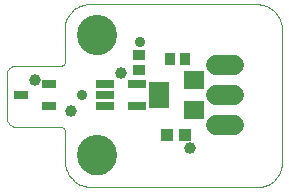
<source format=gts>
G75*
%MOIN*%
%OFA0B0*%
%FSLAX24Y24*%
%IPPOS*%
%LPD*%
%AMOC8*
5,1,8,0,0,1.08239X$1,22.5*
%
%ADD10C,0.0000*%
%ADD11C,0.1340*%
%ADD12R,0.0600X0.0300*%
%ADD13R,0.0710X0.0592*%
%ADD14R,0.0710X0.0867*%
%ADD15R,0.0434X0.0356*%
%ADD16R,0.0356X0.0434*%
%ADD17R,0.0395X0.0395*%
%ADD18C,0.0680*%
%ADD19R,0.0474X0.0277*%
%ADD20C,0.0358*%
%ADD21C,0.0397*%
D10*
X004197Y001446D02*
X009709Y001446D01*
X009709Y001445D02*
X009764Y001448D01*
X009819Y001455D01*
X009874Y001465D01*
X009927Y001479D01*
X009980Y001496D01*
X010031Y001517D01*
X010081Y001541D01*
X010129Y001569D01*
X010176Y001599D01*
X010220Y001632D01*
X010262Y001668D01*
X010302Y001707D01*
X010339Y001748D01*
X010373Y001792D01*
X010404Y001838D01*
X010432Y001886D01*
X010457Y001935D01*
X010479Y001986D01*
X010497Y002038D01*
X010512Y002092D01*
X010523Y002146D01*
X010531Y002201D01*
X010535Y002256D01*
X010536Y002312D01*
X010536Y006682D01*
X010535Y006738D01*
X010531Y006793D01*
X010523Y006848D01*
X010512Y006902D01*
X010497Y006956D01*
X010479Y007008D01*
X010457Y007059D01*
X010432Y007108D01*
X010404Y007156D01*
X010373Y007202D01*
X010339Y007246D01*
X010302Y007287D01*
X010262Y007326D01*
X010220Y007362D01*
X010176Y007395D01*
X010129Y007425D01*
X010081Y007453D01*
X010031Y007477D01*
X009980Y007498D01*
X009927Y007515D01*
X009874Y007529D01*
X009819Y007539D01*
X009764Y007546D01*
X009709Y007549D01*
X009709Y007548D02*
X004119Y007548D01*
X003292Y006761D02*
X003292Y005659D01*
X003293Y005637D01*
X003291Y005615D01*
X003286Y005594D01*
X003277Y005574D01*
X003265Y005556D01*
X003251Y005539D01*
X003234Y005525D01*
X003215Y005514D01*
X003195Y005506D01*
X003174Y005501D01*
X001638Y005501D01*
X001638Y005502D02*
X001607Y005500D01*
X001577Y005495D01*
X001547Y005487D01*
X001518Y005475D01*
X001491Y005460D01*
X001466Y005442D01*
X001443Y005421D01*
X001422Y005398D01*
X001404Y005373D01*
X001389Y005346D01*
X001377Y005317D01*
X001369Y005287D01*
X001364Y005257D01*
X001362Y005226D01*
X001363Y005226D02*
X001363Y003769D01*
X001365Y003736D01*
X001370Y003704D01*
X001378Y003672D01*
X001390Y003641D01*
X001405Y003612D01*
X001423Y003584D01*
X001444Y003558D01*
X001467Y003535D01*
X001493Y003514D01*
X001521Y003496D01*
X001550Y003481D01*
X001581Y003469D01*
X001613Y003461D01*
X001645Y003456D01*
X001678Y003454D01*
X003134Y003454D01*
X003156Y003455D01*
X003178Y003453D01*
X003199Y003448D01*
X003219Y003439D01*
X003237Y003427D01*
X003254Y003413D01*
X003268Y003396D01*
X003279Y003377D01*
X003287Y003357D01*
X003292Y003336D01*
X003292Y002352D01*
X003291Y002352D02*
X003293Y002293D01*
X003299Y002234D01*
X003308Y002175D01*
X003322Y002118D01*
X003339Y002061D01*
X003360Y002005D01*
X003384Y001951D01*
X003412Y001899D01*
X003444Y001849D01*
X003478Y001800D01*
X003516Y001755D01*
X003556Y001711D01*
X003600Y001671D01*
X003645Y001633D01*
X003694Y001599D01*
X003744Y001567D01*
X003796Y001539D01*
X003850Y001515D01*
X003906Y001494D01*
X003963Y001477D01*
X004020Y001463D01*
X004079Y001454D01*
X004138Y001448D01*
X004197Y001446D01*
X003725Y002509D02*
X003727Y002559D01*
X003733Y002609D01*
X003743Y002658D01*
X003757Y002706D01*
X003774Y002753D01*
X003795Y002798D01*
X003820Y002842D01*
X003848Y002883D01*
X003880Y002922D01*
X003914Y002959D01*
X003951Y002993D01*
X003991Y003023D01*
X004033Y003050D01*
X004077Y003074D01*
X004123Y003095D01*
X004170Y003111D01*
X004218Y003124D01*
X004268Y003133D01*
X004317Y003138D01*
X004368Y003139D01*
X004418Y003136D01*
X004467Y003129D01*
X004516Y003118D01*
X004564Y003103D01*
X004610Y003085D01*
X004655Y003063D01*
X004698Y003037D01*
X004739Y003008D01*
X004778Y002976D01*
X004814Y002941D01*
X004846Y002903D01*
X004876Y002863D01*
X004903Y002820D01*
X004926Y002776D01*
X004945Y002730D01*
X004961Y002682D01*
X004973Y002633D01*
X004981Y002584D01*
X004985Y002534D01*
X004985Y002484D01*
X004981Y002434D01*
X004973Y002385D01*
X004961Y002336D01*
X004945Y002288D01*
X004926Y002242D01*
X004903Y002198D01*
X004876Y002155D01*
X004846Y002115D01*
X004814Y002077D01*
X004778Y002042D01*
X004739Y002010D01*
X004698Y001981D01*
X004655Y001955D01*
X004610Y001933D01*
X004564Y001915D01*
X004516Y001900D01*
X004467Y001889D01*
X004418Y001882D01*
X004368Y001879D01*
X004317Y001880D01*
X004268Y001885D01*
X004218Y001894D01*
X004170Y001907D01*
X004123Y001923D01*
X004077Y001944D01*
X004033Y001968D01*
X003991Y001995D01*
X003951Y002025D01*
X003914Y002059D01*
X003880Y002096D01*
X003848Y002135D01*
X003820Y002176D01*
X003795Y002220D01*
X003774Y002265D01*
X003757Y002312D01*
X003743Y002360D01*
X003733Y002409D01*
X003727Y002459D01*
X003725Y002509D01*
X003725Y006525D02*
X003727Y006575D01*
X003733Y006625D01*
X003743Y006674D01*
X003757Y006722D01*
X003774Y006769D01*
X003795Y006814D01*
X003820Y006858D01*
X003848Y006899D01*
X003880Y006938D01*
X003914Y006975D01*
X003951Y007009D01*
X003991Y007039D01*
X004033Y007066D01*
X004077Y007090D01*
X004123Y007111D01*
X004170Y007127D01*
X004218Y007140D01*
X004268Y007149D01*
X004317Y007154D01*
X004368Y007155D01*
X004418Y007152D01*
X004467Y007145D01*
X004516Y007134D01*
X004564Y007119D01*
X004610Y007101D01*
X004655Y007079D01*
X004698Y007053D01*
X004739Y007024D01*
X004778Y006992D01*
X004814Y006957D01*
X004846Y006919D01*
X004876Y006879D01*
X004903Y006836D01*
X004926Y006792D01*
X004945Y006746D01*
X004961Y006698D01*
X004973Y006649D01*
X004981Y006600D01*
X004985Y006550D01*
X004985Y006500D01*
X004981Y006450D01*
X004973Y006401D01*
X004961Y006352D01*
X004945Y006304D01*
X004926Y006258D01*
X004903Y006214D01*
X004876Y006171D01*
X004846Y006131D01*
X004814Y006093D01*
X004778Y006058D01*
X004739Y006026D01*
X004698Y005997D01*
X004655Y005971D01*
X004610Y005949D01*
X004564Y005931D01*
X004516Y005916D01*
X004467Y005905D01*
X004418Y005898D01*
X004368Y005895D01*
X004317Y005896D01*
X004268Y005901D01*
X004218Y005910D01*
X004170Y005923D01*
X004123Y005939D01*
X004077Y005960D01*
X004033Y005984D01*
X003991Y006011D01*
X003951Y006041D01*
X003914Y006075D01*
X003880Y006112D01*
X003848Y006151D01*
X003820Y006192D01*
X003795Y006236D01*
X003774Y006281D01*
X003757Y006328D01*
X003743Y006376D01*
X003733Y006425D01*
X003727Y006475D01*
X003725Y006525D01*
X003292Y006761D02*
X003295Y006816D01*
X003302Y006870D01*
X003313Y006924D01*
X003327Y006978D01*
X003345Y007030D01*
X003367Y007080D01*
X003392Y007130D01*
X003420Y007177D01*
X003451Y007222D01*
X003486Y007265D01*
X003523Y007306D01*
X003563Y007344D01*
X003605Y007379D01*
X003650Y007411D01*
X003697Y007441D01*
X003745Y007466D01*
X003796Y007489D01*
X003847Y007508D01*
X003900Y007523D01*
X003954Y007535D01*
X004009Y007543D01*
X004064Y007547D01*
X004119Y007548D01*
D11*
X004355Y006525D03*
X004355Y002509D03*
D12*
X004622Y004147D03*
X004622Y004517D03*
X004622Y004887D03*
X005702Y004887D03*
X005702Y004147D03*
D13*
X007591Y004025D03*
X007591Y005009D03*
D14*
X006449Y004517D03*
D15*
X005780Y005344D03*
X005780Y005855D03*
D16*
X006788Y005733D03*
X007300Y005733D03*
D17*
X007300Y003206D03*
X006709Y003206D03*
D18*
X008322Y003517D02*
X008922Y003517D01*
X008922Y004517D02*
X008322Y004517D01*
X008322Y005517D02*
X008922Y005517D01*
D19*
X002780Y004891D03*
X001835Y004517D03*
X002780Y004143D03*
D20*
X003882Y004517D03*
X005811Y006289D03*
D21*
X005181Y005265D03*
X003489Y004005D03*
X002307Y005029D03*
X007465Y002745D03*
M02*

</source>
